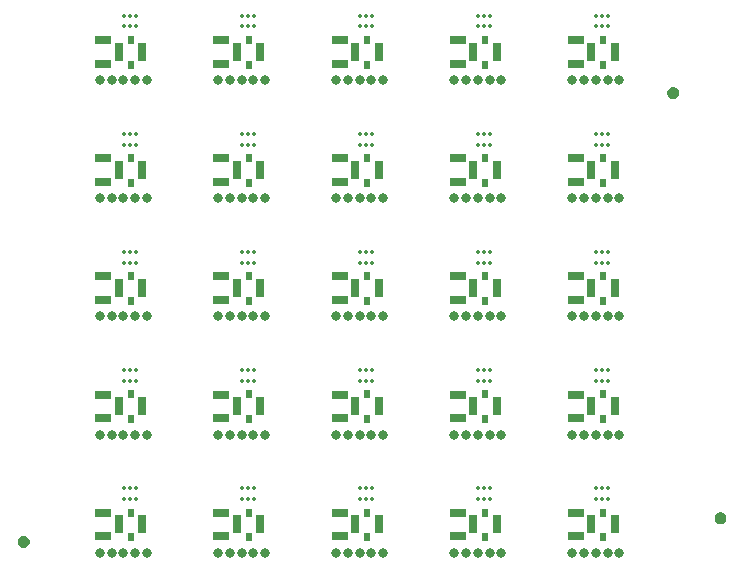
<source format=gts>
G75*
%MOIN*%
%OFA0B0*%
%FSLAX25Y25*%
%IPPOS*%
%LPD*%
%AMOC8*
5,1,8,0,0,1.08239X$1,22.5*
%
%ADD10C,0.01381*%
%ADD11R,0.05318X0.02956*%
%ADD12R,0.02169X0.02956*%
%ADD13R,0.02562X0.06106*%
%ADD14R,0.02169X0.02562*%
%ADD15C,0.01969*%
%ADD16C,0.03153*%
D10*
X0058087Y0058677D03*
X0060055Y0058677D03*
X0062024Y0058677D03*
X0062024Y0062220D03*
X0060055Y0062220D03*
X0058087Y0062220D03*
X0058087Y0098047D03*
X0060055Y0098047D03*
X0062024Y0098047D03*
X0062024Y0101591D03*
X0060055Y0101591D03*
X0058087Y0101591D03*
X0058087Y0137417D03*
X0060055Y0137417D03*
X0062024Y0137417D03*
X0062024Y0140961D03*
X0060055Y0140961D03*
X0058087Y0140961D03*
X0058087Y0176787D03*
X0060055Y0176787D03*
X0062024Y0176787D03*
X0062024Y0180331D03*
X0060055Y0180331D03*
X0058087Y0180331D03*
X0058087Y0216157D03*
X0060055Y0216157D03*
X0062024Y0216157D03*
X0062024Y0219701D03*
X0060055Y0219701D03*
X0058087Y0219701D03*
X0097457Y0219701D03*
X0099425Y0219701D03*
X0101394Y0219701D03*
X0101394Y0216157D03*
X0099425Y0216157D03*
X0097457Y0216157D03*
X0097457Y0180331D03*
X0099425Y0180331D03*
X0101394Y0180331D03*
X0101394Y0176787D03*
X0099425Y0176787D03*
X0097457Y0176787D03*
X0097457Y0140961D03*
X0099425Y0140961D03*
X0101394Y0140961D03*
X0101394Y0137417D03*
X0099425Y0137417D03*
X0097457Y0137417D03*
X0097457Y0101591D03*
X0099425Y0101591D03*
X0101394Y0101591D03*
X0101394Y0098047D03*
X0099425Y0098047D03*
X0097457Y0098047D03*
X0097457Y0062220D03*
X0099425Y0062220D03*
X0101394Y0062220D03*
X0101394Y0058677D03*
X0099425Y0058677D03*
X0097457Y0058677D03*
X0136827Y0058677D03*
X0138795Y0058677D03*
X0140764Y0058677D03*
X0140764Y0062220D03*
X0138795Y0062220D03*
X0136827Y0062220D03*
X0136827Y0098047D03*
X0138795Y0098047D03*
X0140764Y0098047D03*
X0140764Y0101591D03*
X0138795Y0101591D03*
X0136827Y0101591D03*
X0136827Y0137417D03*
X0138795Y0137417D03*
X0140764Y0137417D03*
X0140764Y0140961D03*
X0138795Y0140961D03*
X0136827Y0140961D03*
X0136827Y0176787D03*
X0138795Y0176787D03*
X0140764Y0176787D03*
X0140764Y0180331D03*
X0138795Y0180331D03*
X0136827Y0180331D03*
X0136827Y0216157D03*
X0138795Y0216157D03*
X0140764Y0216157D03*
X0140764Y0219701D03*
X0138795Y0219701D03*
X0136827Y0219701D03*
X0176197Y0219701D03*
X0178165Y0219701D03*
X0180134Y0219701D03*
X0180134Y0216157D03*
X0178165Y0216157D03*
X0176197Y0216157D03*
X0176197Y0180331D03*
X0178165Y0180331D03*
X0180134Y0180331D03*
X0180134Y0176787D03*
X0178165Y0176787D03*
X0176197Y0176787D03*
X0176197Y0140961D03*
X0178165Y0140961D03*
X0180134Y0140961D03*
X0180134Y0137417D03*
X0178165Y0137417D03*
X0176197Y0137417D03*
X0176197Y0101591D03*
X0178165Y0101591D03*
X0180134Y0101591D03*
X0180134Y0098047D03*
X0178165Y0098047D03*
X0176197Y0098047D03*
X0176197Y0062220D03*
X0178165Y0062220D03*
X0180134Y0062220D03*
X0180134Y0058677D03*
X0178165Y0058677D03*
X0176197Y0058677D03*
X0215567Y0058677D03*
X0217535Y0058677D03*
X0219504Y0058677D03*
X0219504Y0062220D03*
X0217535Y0062220D03*
X0215567Y0062220D03*
X0215567Y0098047D03*
X0217535Y0098047D03*
X0219504Y0098047D03*
X0219504Y0101591D03*
X0217535Y0101591D03*
X0215567Y0101591D03*
X0215567Y0137417D03*
X0217535Y0137417D03*
X0219504Y0137417D03*
X0219504Y0140961D03*
X0217535Y0140961D03*
X0215567Y0140961D03*
X0215567Y0176787D03*
X0217535Y0176787D03*
X0219504Y0176787D03*
X0219504Y0180331D03*
X0217535Y0180331D03*
X0215567Y0180331D03*
X0215567Y0216157D03*
X0217535Y0216157D03*
X0219504Y0216157D03*
X0219504Y0219701D03*
X0217535Y0219701D03*
X0215567Y0219701D03*
D11*
X0208677Y0211591D03*
X0208677Y0203717D03*
X0208677Y0172220D03*
X0208677Y0164346D03*
X0208677Y0132850D03*
X0208677Y0124976D03*
X0208677Y0093480D03*
X0208677Y0085606D03*
X0208677Y0054110D03*
X0208677Y0046236D03*
X0169307Y0046236D03*
X0169307Y0054110D03*
X0169307Y0085606D03*
X0169307Y0093480D03*
X0169307Y0124976D03*
X0169307Y0132850D03*
X0169307Y0164346D03*
X0169307Y0172220D03*
X0169307Y0203717D03*
X0169307Y0211591D03*
X0129937Y0211591D03*
X0129937Y0203717D03*
X0129937Y0172220D03*
X0129937Y0164346D03*
X0129937Y0132850D03*
X0129937Y0124976D03*
X0129937Y0093480D03*
X0129937Y0085606D03*
X0129937Y0054110D03*
X0129937Y0046236D03*
X0090567Y0046236D03*
X0090567Y0054110D03*
X0090567Y0085606D03*
X0090567Y0093480D03*
X0090567Y0124976D03*
X0090567Y0132850D03*
X0090567Y0164346D03*
X0090567Y0172220D03*
X0090567Y0203717D03*
X0090567Y0211591D03*
X0051197Y0211591D03*
X0051197Y0203717D03*
X0051197Y0172220D03*
X0051197Y0164346D03*
X0051197Y0132850D03*
X0051197Y0124976D03*
X0051197Y0093480D03*
X0051197Y0085606D03*
X0051197Y0054110D03*
X0051197Y0046236D03*
D12*
X0060252Y0045882D03*
X0099622Y0045882D03*
X0138992Y0045882D03*
X0138992Y0085252D03*
X0099622Y0085252D03*
X0060252Y0085252D03*
X0060252Y0124622D03*
X0099622Y0124622D03*
X0138992Y0124622D03*
X0138992Y0163992D03*
X0099622Y0163992D03*
X0060252Y0163992D03*
X0060252Y0203362D03*
X0099622Y0203362D03*
X0138992Y0203362D03*
X0178362Y0203362D03*
X0217732Y0203362D03*
X0217732Y0163992D03*
X0178362Y0163992D03*
X0178362Y0124622D03*
X0217732Y0124622D03*
X0217732Y0085252D03*
X0178362Y0085252D03*
X0178362Y0045882D03*
X0217732Y0045882D03*
D13*
X0213795Y0050213D03*
X0221669Y0050213D03*
X0182299Y0050213D03*
X0174425Y0050213D03*
X0142929Y0050213D03*
X0135055Y0050213D03*
X0103559Y0050213D03*
X0095685Y0050213D03*
X0064189Y0050213D03*
X0056315Y0050213D03*
X0056315Y0089583D03*
X0064189Y0089583D03*
X0095685Y0089583D03*
X0103559Y0089583D03*
X0135055Y0089583D03*
X0142929Y0089583D03*
X0174425Y0089583D03*
X0182299Y0089583D03*
X0213795Y0089583D03*
X0221669Y0089583D03*
X0221669Y0128953D03*
X0213795Y0128953D03*
X0182299Y0128953D03*
X0174425Y0128953D03*
X0142929Y0128953D03*
X0135055Y0128953D03*
X0103559Y0128953D03*
X0095685Y0128953D03*
X0064189Y0128953D03*
X0056315Y0128953D03*
X0056315Y0168323D03*
X0064189Y0168323D03*
X0095685Y0168323D03*
X0103559Y0168323D03*
X0135055Y0168323D03*
X0142929Y0168323D03*
X0174425Y0168323D03*
X0182299Y0168323D03*
X0213795Y0168323D03*
X0221669Y0168323D03*
X0221669Y0207693D03*
X0213795Y0207693D03*
X0182299Y0207693D03*
X0174425Y0207693D03*
X0142929Y0207693D03*
X0135055Y0207693D03*
X0103559Y0207693D03*
X0095685Y0207693D03*
X0064189Y0207693D03*
X0056315Y0207693D03*
D14*
X0060252Y0211630D03*
X0099622Y0211630D03*
X0138992Y0211630D03*
X0178362Y0211630D03*
X0217732Y0211630D03*
X0217732Y0172260D03*
X0178362Y0172260D03*
X0138992Y0172260D03*
X0099622Y0172260D03*
X0060252Y0172260D03*
X0060252Y0132890D03*
X0099622Y0132890D03*
X0138992Y0132890D03*
X0178362Y0132890D03*
X0217732Y0132890D03*
X0217732Y0093520D03*
X0178362Y0093520D03*
X0138992Y0093520D03*
X0099622Y0093520D03*
X0060252Y0093520D03*
X0060252Y0054150D03*
X0099622Y0054150D03*
X0138992Y0054150D03*
X0178362Y0054150D03*
X0217732Y0054150D03*
D15*
X0023638Y0044307D02*
X0023640Y0044369D01*
X0023646Y0044432D01*
X0023656Y0044493D01*
X0023670Y0044554D01*
X0023687Y0044614D01*
X0023708Y0044673D01*
X0023734Y0044730D01*
X0023762Y0044785D01*
X0023794Y0044839D01*
X0023830Y0044890D01*
X0023868Y0044940D01*
X0023910Y0044986D01*
X0023954Y0045030D01*
X0024002Y0045071D01*
X0024051Y0045109D01*
X0024103Y0045143D01*
X0024157Y0045174D01*
X0024213Y0045202D01*
X0024271Y0045226D01*
X0024330Y0045247D01*
X0024390Y0045263D01*
X0024451Y0045276D01*
X0024513Y0045285D01*
X0024575Y0045290D01*
X0024638Y0045291D01*
X0024700Y0045288D01*
X0024762Y0045281D01*
X0024824Y0045270D01*
X0024884Y0045255D01*
X0024944Y0045237D01*
X0025002Y0045215D01*
X0025059Y0045189D01*
X0025114Y0045159D01*
X0025167Y0045126D01*
X0025218Y0045090D01*
X0025266Y0045051D01*
X0025312Y0045008D01*
X0025355Y0044963D01*
X0025395Y0044915D01*
X0025432Y0044865D01*
X0025466Y0044812D01*
X0025497Y0044758D01*
X0025523Y0044702D01*
X0025547Y0044644D01*
X0025566Y0044584D01*
X0025582Y0044524D01*
X0025594Y0044462D01*
X0025602Y0044401D01*
X0025606Y0044338D01*
X0025606Y0044276D01*
X0025602Y0044213D01*
X0025594Y0044152D01*
X0025582Y0044090D01*
X0025566Y0044030D01*
X0025547Y0043970D01*
X0025523Y0043912D01*
X0025497Y0043856D01*
X0025466Y0043802D01*
X0025432Y0043749D01*
X0025395Y0043699D01*
X0025355Y0043651D01*
X0025312Y0043606D01*
X0025266Y0043563D01*
X0025218Y0043524D01*
X0025167Y0043488D01*
X0025114Y0043455D01*
X0025059Y0043425D01*
X0025002Y0043399D01*
X0024944Y0043377D01*
X0024884Y0043359D01*
X0024824Y0043344D01*
X0024762Y0043333D01*
X0024700Y0043326D01*
X0024638Y0043323D01*
X0024575Y0043324D01*
X0024513Y0043329D01*
X0024451Y0043338D01*
X0024390Y0043351D01*
X0024330Y0043367D01*
X0024271Y0043388D01*
X0024213Y0043412D01*
X0024157Y0043440D01*
X0024103Y0043471D01*
X0024051Y0043505D01*
X0024002Y0043543D01*
X0023954Y0043584D01*
X0023910Y0043628D01*
X0023868Y0043674D01*
X0023830Y0043724D01*
X0023794Y0043775D01*
X0023762Y0043829D01*
X0023734Y0043884D01*
X0023708Y0043941D01*
X0023687Y0044000D01*
X0023670Y0044060D01*
X0023656Y0044121D01*
X0023646Y0044182D01*
X0023640Y0044245D01*
X0023638Y0044307D01*
X0240173Y0193913D02*
X0240175Y0193975D01*
X0240181Y0194038D01*
X0240191Y0194099D01*
X0240205Y0194160D01*
X0240222Y0194220D01*
X0240243Y0194279D01*
X0240269Y0194336D01*
X0240297Y0194391D01*
X0240329Y0194445D01*
X0240365Y0194496D01*
X0240403Y0194546D01*
X0240445Y0194592D01*
X0240489Y0194636D01*
X0240537Y0194677D01*
X0240586Y0194715D01*
X0240638Y0194749D01*
X0240692Y0194780D01*
X0240748Y0194808D01*
X0240806Y0194832D01*
X0240865Y0194853D01*
X0240925Y0194869D01*
X0240986Y0194882D01*
X0241048Y0194891D01*
X0241110Y0194896D01*
X0241173Y0194897D01*
X0241235Y0194894D01*
X0241297Y0194887D01*
X0241359Y0194876D01*
X0241419Y0194861D01*
X0241479Y0194843D01*
X0241537Y0194821D01*
X0241594Y0194795D01*
X0241649Y0194765D01*
X0241702Y0194732D01*
X0241753Y0194696D01*
X0241801Y0194657D01*
X0241847Y0194614D01*
X0241890Y0194569D01*
X0241930Y0194521D01*
X0241967Y0194471D01*
X0242001Y0194418D01*
X0242032Y0194364D01*
X0242058Y0194308D01*
X0242082Y0194250D01*
X0242101Y0194190D01*
X0242117Y0194130D01*
X0242129Y0194068D01*
X0242137Y0194007D01*
X0242141Y0193944D01*
X0242141Y0193882D01*
X0242137Y0193819D01*
X0242129Y0193758D01*
X0242117Y0193696D01*
X0242101Y0193636D01*
X0242082Y0193576D01*
X0242058Y0193518D01*
X0242032Y0193462D01*
X0242001Y0193408D01*
X0241967Y0193355D01*
X0241930Y0193305D01*
X0241890Y0193257D01*
X0241847Y0193212D01*
X0241801Y0193169D01*
X0241753Y0193130D01*
X0241702Y0193094D01*
X0241649Y0193061D01*
X0241594Y0193031D01*
X0241537Y0193005D01*
X0241479Y0192983D01*
X0241419Y0192965D01*
X0241359Y0192950D01*
X0241297Y0192939D01*
X0241235Y0192932D01*
X0241173Y0192929D01*
X0241110Y0192930D01*
X0241048Y0192935D01*
X0240986Y0192944D01*
X0240925Y0192957D01*
X0240865Y0192973D01*
X0240806Y0192994D01*
X0240748Y0193018D01*
X0240692Y0193046D01*
X0240638Y0193077D01*
X0240586Y0193111D01*
X0240537Y0193149D01*
X0240489Y0193190D01*
X0240445Y0193234D01*
X0240403Y0193280D01*
X0240365Y0193330D01*
X0240329Y0193381D01*
X0240297Y0193435D01*
X0240269Y0193490D01*
X0240243Y0193547D01*
X0240222Y0193606D01*
X0240205Y0193666D01*
X0240191Y0193727D01*
X0240181Y0193788D01*
X0240175Y0193851D01*
X0240173Y0193913D01*
X0255922Y0052181D02*
X0255924Y0052243D01*
X0255930Y0052306D01*
X0255940Y0052367D01*
X0255954Y0052428D01*
X0255971Y0052488D01*
X0255992Y0052547D01*
X0256018Y0052604D01*
X0256046Y0052659D01*
X0256078Y0052713D01*
X0256114Y0052764D01*
X0256152Y0052814D01*
X0256194Y0052860D01*
X0256238Y0052904D01*
X0256286Y0052945D01*
X0256335Y0052983D01*
X0256387Y0053017D01*
X0256441Y0053048D01*
X0256497Y0053076D01*
X0256555Y0053100D01*
X0256614Y0053121D01*
X0256674Y0053137D01*
X0256735Y0053150D01*
X0256797Y0053159D01*
X0256859Y0053164D01*
X0256922Y0053165D01*
X0256984Y0053162D01*
X0257046Y0053155D01*
X0257108Y0053144D01*
X0257168Y0053129D01*
X0257228Y0053111D01*
X0257286Y0053089D01*
X0257343Y0053063D01*
X0257398Y0053033D01*
X0257451Y0053000D01*
X0257502Y0052964D01*
X0257550Y0052925D01*
X0257596Y0052882D01*
X0257639Y0052837D01*
X0257679Y0052789D01*
X0257716Y0052739D01*
X0257750Y0052686D01*
X0257781Y0052632D01*
X0257807Y0052576D01*
X0257831Y0052518D01*
X0257850Y0052458D01*
X0257866Y0052398D01*
X0257878Y0052336D01*
X0257886Y0052275D01*
X0257890Y0052212D01*
X0257890Y0052150D01*
X0257886Y0052087D01*
X0257878Y0052026D01*
X0257866Y0051964D01*
X0257850Y0051904D01*
X0257831Y0051844D01*
X0257807Y0051786D01*
X0257781Y0051730D01*
X0257750Y0051676D01*
X0257716Y0051623D01*
X0257679Y0051573D01*
X0257639Y0051525D01*
X0257596Y0051480D01*
X0257550Y0051437D01*
X0257502Y0051398D01*
X0257451Y0051362D01*
X0257398Y0051329D01*
X0257343Y0051299D01*
X0257286Y0051273D01*
X0257228Y0051251D01*
X0257168Y0051233D01*
X0257108Y0051218D01*
X0257046Y0051207D01*
X0256984Y0051200D01*
X0256922Y0051197D01*
X0256859Y0051198D01*
X0256797Y0051203D01*
X0256735Y0051212D01*
X0256674Y0051225D01*
X0256614Y0051241D01*
X0256555Y0051262D01*
X0256497Y0051286D01*
X0256441Y0051314D01*
X0256387Y0051345D01*
X0256335Y0051379D01*
X0256286Y0051417D01*
X0256238Y0051458D01*
X0256194Y0051502D01*
X0256152Y0051548D01*
X0256114Y0051598D01*
X0256078Y0051649D01*
X0256046Y0051703D01*
X0256018Y0051758D01*
X0255992Y0051815D01*
X0255971Y0051874D01*
X0255954Y0051934D01*
X0255940Y0051995D01*
X0255930Y0052056D01*
X0255924Y0052119D01*
X0255922Y0052181D01*
D16*
X0223244Y0040764D03*
X0219307Y0040764D03*
X0215370Y0040764D03*
X0211433Y0040764D03*
X0207496Y0040764D03*
X0183874Y0040764D03*
X0179937Y0040764D03*
X0176000Y0040764D03*
X0172063Y0040764D03*
X0168126Y0040764D03*
X0144504Y0040764D03*
X0140567Y0040764D03*
X0136630Y0040764D03*
X0132693Y0040764D03*
X0128756Y0040764D03*
X0105134Y0040764D03*
X0101197Y0040764D03*
X0097260Y0040764D03*
X0093323Y0040764D03*
X0089386Y0040764D03*
X0065764Y0040764D03*
X0061827Y0040764D03*
X0057890Y0040764D03*
X0053953Y0040764D03*
X0050016Y0040764D03*
X0050016Y0080134D03*
X0053953Y0080134D03*
X0057890Y0080134D03*
X0061827Y0080134D03*
X0065764Y0080134D03*
X0089386Y0080134D03*
X0093323Y0080134D03*
X0097260Y0080134D03*
X0101197Y0080134D03*
X0105134Y0080134D03*
X0128756Y0080134D03*
X0132693Y0080134D03*
X0136630Y0080134D03*
X0140567Y0080134D03*
X0144504Y0080134D03*
X0168126Y0080134D03*
X0172063Y0080134D03*
X0176000Y0080134D03*
X0179937Y0080134D03*
X0183874Y0080134D03*
X0207496Y0080134D03*
X0211433Y0080134D03*
X0215370Y0080134D03*
X0219307Y0080134D03*
X0223244Y0080134D03*
X0223244Y0119504D03*
X0219307Y0119504D03*
X0215370Y0119504D03*
X0211433Y0119504D03*
X0207496Y0119504D03*
X0183874Y0119504D03*
X0179937Y0119504D03*
X0176000Y0119504D03*
X0172063Y0119504D03*
X0168126Y0119504D03*
X0144504Y0119504D03*
X0140567Y0119504D03*
X0136630Y0119504D03*
X0132693Y0119504D03*
X0128756Y0119504D03*
X0105134Y0119504D03*
X0101197Y0119504D03*
X0097260Y0119504D03*
X0093323Y0119504D03*
X0089386Y0119504D03*
X0065764Y0119504D03*
X0061827Y0119504D03*
X0057890Y0119504D03*
X0053953Y0119504D03*
X0050016Y0119504D03*
X0050016Y0158874D03*
X0053953Y0158874D03*
X0057890Y0158874D03*
X0061827Y0158874D03*
X0065764Y0158874D03*
X0089386Y0158874D03*
X0093323Y0158874D03*
X0097260Y0158874D03*
X0101197Y0158874D03*
X0105134Y0158874D03*
X0128756Y0158874D03*
X0132693Y0158874D03*
X0136630Y0158874D03*
X0140567Y0158874D03*
X0144504Y0158874D03*
X0168126Y0158874D03*
X0172063Y0158874D03*
X0176000Y0158874D03*
X0179937Y0158874D03*
X0183874Y0158874D03*
X0207496Y0158874D03*
X0211433Y0158874D03*
X0215370Y0158874D03*
X0219307Y0158874D03*
X0223244Y0158874D03*
X0223244Y0198244D03*
X0219307Y0198244D03*
X0215370Y0198244D03*
X0211433Y0198244D03*
X0207496Y0198244D03*
X0183874Y0198244D03*
X0179937Y0198244D03*
X0176000Y0198244D03*
X0172063Y0198244D03*
X0168126Y0198244D03*
X0144504Y0198244D03*
X0140567Y0198244D03*
X0136630Y0198244D03*
X0132693Y0198244D03*
X0128756Y0198244D03*
X0105134Y0198244D03*
X0101197Y0198244D03*
X0097260Y0198244D03*
X0093323Y0198244D03*
X0089386Y0198244D03*
X0065764Y0198244D03*
X0061827Y0198244D03*
X0057890Y0198244D03*
X0053953Y0198244D03*
X0050016Y0198244D03*
M02*

</source>
